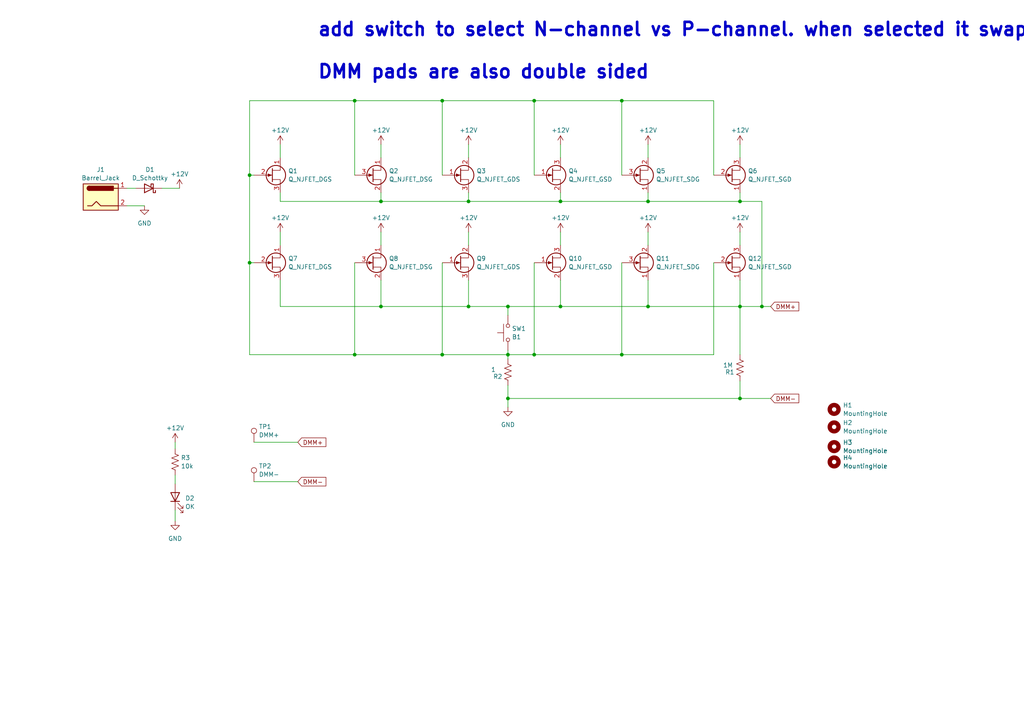
<source format=kicad_sch>
(kicad_sch (version 20231120) (generator "eeschema") (generator_version "8.0")
  (paper "A4")
  (lib_symbols
    (symbol "Connector:Barrel_Jack" (pin_names (offset 1.016))
      (property "Reference" "J" (at 0 5.334 0))
      (property "Value" "Barrel_Jack" (at 0 -5.08 0))
      (symbol "Barrel_Jack_0_1"
        (rectangle (start -5.08 3.81) (end 5.08 -3.81) (stroke (width 0.254)) (fill (type background)))
        (arc (start -3.302 3.175) (mid -3.9343 2.54) (end -3.302 1.905) (stroke (width 0.254)))
        (arc (start -3.302 3.175) (mid -3.9343 2.54) (end -3.302 1.905) (stroke (width 0.254)) (fill (type outline)))
        (polyline (pts (xy 5.08 2.54) (xy 3.81 2.54)) (stroke (width 0.254)))
        (polyline (pts (xy -3.81 -2.54) (xy -2.54 -2.54) (xy -1.27 -1.27) (xy 0 -2.54) (xy 2.54 -2.54) (xy 5.08 -2.54)) (stroke (width 0.254)))
        (rectangle (start 3.683 3.175) (end -3.302 1.905) (stroke (width 0.254)) (fill (type outline)))
      )
      (symbol "Barrel_Jack_1_1"
        (pin passive line (at 7.62 2.54 180) (length 2.54) (name "~") (number "1"))
        (pin passive line (at 7.62 -2.54 180) (length 2.54) (name "~") (number "2"))
      )
    )
    (symbol "Connector:TestPoint" (pin_numbers hide) (pin_names (offset 0.762) hide)
      (property "Reference" "TP" (at 0 6.858 0))
      (property "Value" "TestPoint" (at 0 5.08 0))
      (symbol "TestPoint_0_1"
        (circle (center 0 3.302) (radius 0.762))
      )
      (symbol "TestPoint_1_1"
        (pin passive line (at 0 0 90) (length 2.54) (name "1") (number "1"))
      )
    )
    (symbol "Device:D_Schottky" (pin_numbers hide) (pin_names (offset 1.016) hide)
      (property "Reference" "D" (at 0 2.54 0))
      (property "Value" "D_Schottky" (at 0 -2.54 0))
      (symbol "D_Schottky_0_1"
        (polyline (pts (xy 1.27 0) (xy -1.27 0)))
        (polyline (pts (xy 1.27 1.27) (xy 1.27 -1.27) (xy -1.27 0) (xy 1.27 1.27)) (stroke (width 0.254)))
        (polyline (pts (xy -1.905 0.635) (xy -1.905 1.27) (xy -1.27 1.27) (xy -1.27 -1.27) (xy -0.635 -1.27) (xy -0.635 -0.635)) (stroke (width 0.254)))
      )
      (symbol "D_Schottky_1_1"
        (pin passive line (at -3.81 0 0) (length 2.54) (name "K") (number "1"))
        (pin passive line (at 3.81 0 180) (length 2.54) (name "A") (number "2"))
      )
    )
    (symbol "Device:LED" (pin_numbers hide) (pin_names (offset 1.016) hide)
      (property "Reference" "D" (at 0 2.54 0))
      (property "Value" "LED" (at 0 -2.54 0))
      (symbol "LED_0_1"
        (polyline (pts (xy -1.27 -1.27) (xy -1.27 1.27)) (stroke (width 0.254)))
        (polyline (pts (xy -1.27 0) (xy 1.27 0)))
        (polyline (pts (xy 1.27 -1.27) (xy 1.27 1.27) (xy -1.27 0) (xy 1.27 -1.27)) (stroke (width 0.254)))
        (polyline (pts (xy -3.048 -0.762) (xy -4.572 -2.286) (xy -3.81 -2.286) (xy -4.572 -2.286) (xy -4.572 -1.524)))
        (polyline (pts (xy -1.778 -0.762) (xy -3.302 -2.286) (xy -2.54 -2.286) (xy -3.302 -2.286) (xy -3.302 -1.524)))
      )
      (symbol "LED_1_1"
        (pin passive line (at -3.81 0 0) (length 2.54) (name "K") (number "1"))
        (pin passive line (at 3.81 0 180) (length 2.54) (name "A") (number "2"))
      )
    )
    (symbol "Device:Q_NJFET_DGS" (pin_names (offset 0) hide)
      (property "Reference" "Q" (at 5.08 1.27 0))
      (property "Value" "Q_NJFET_DGS" (at 5.08 -1.27 0))
      (symbol "Q_NJFET_DGS_0_1"
        (polyline (pts (xy 0.254 1.905) (xy 0.254 -1.905) (xy 0.254 -1.905)) (stroke (width 0.254)))
        (polyline (pts (xy 2.54 -2.54) (xy 2.54 -1.27) (xy 0.254 -1.27)))
        (polyline (pts (xy 2.54 2.54) (xy 2.54 1.397) (xy 0.254 1.397)))
        (polyline (pts (xy 0 0) (xy -1.016 0.381) (xy -1.016 -0.381) (xy 0 0)) (fill (type outline)))
        (circle (center 1.27 0) (radius 2.8194) (stroke (width 0.254)))
      )
      (symbol "Q_NJFET_DGS_1_1"
        (pin passive line (at 2.54 5.08 270) (length 2.54) (name "D") (number "1"))
        (pin input line (at -5.08 0 0) (length 5.334) (name "G") (number "2"))
        (pin passive line (at 2.54 -5.08 90) (length 2.54) (name "S") (number "3"))
      )
    )
    (symbol "Device:Q_NJFET_DSG" (pin_names (offset 0) hide)
      (property "Reference" "Q" (at 5.08 1.27 0))
      (property "Value" "Q_NJFET_DSG" (at 5.08 -1.27 0))
      (symbol "Q_NJFET_DSG_0_1"
        (polyline (pts (xy 0.254 1.905) (xy 0.254 -1.905) (xy 0.254 -1.905)) (stroke (width 0.254)))
        (polyline (pts (xy 2.54 -2.54) (xy 2.54 -1.27) (xy 0.254 -1.27)))
        (polyline (pts (xy 2.54 2.54) (xy 2.54 1.397) (xy 0.254 1.397)))
        (polyline (pts (xy 0 0) (xy -1.016 0.381) (xy -1.016 -0.381) (xy 0 0)) (fill (type outline)))
        (circle (center 1.27 0) (radius 2.8194) (stroke (width 0.254)))
      )
      (symbol "Q_NJFET_DSG_1_1"
        (pin passive line (at 2.54 5.08 270) (length 2.54) (name "D") (number "1"))
        (pin passive line (at 2.54 -5.08 90) (length 2.54) (name "S") (number "2"))
        (pin input line (at -5.08 0 0) (length 5.334) (name "G") (number "3"))
      )
    )
    (symbol "Device:Q_NJFET_GDS" (pin_names (offset 0) hide)
      (property "Reference" "Q" (at 5.08 1.27 0))
      (property "Value" "Q_NJFET_GDS" (at 5.08 -1.27 0))
      (symbol "Q_NJFET_GDS_0_1"
        (polyline (pts (xy 0.254 1.905) (xy 0.254 -1.905) (xy 0.254 -1.905)) (stroke (width 0.254)))
        (polyline (pts (xy 2.54 -2.54) (xy 2.54 -1.27) (xy 0.254 -1.27)))
        (polyline (pts (xy 2.54 2.54) (xy 2.54 1.397) (xy 0.254 1.397)))
        (polyline (pts (xy 0 0) (xy -1.016 0.381) (xy -1.016 -0.381) (xy 0 0)) (fill (type outline)))
        (circle (center 1.27 0) (radius 2.8194) (stroke (width 0.254)))
      )
      (symbol "Q_NJFET_GDS_1_1"
        (pin input line (at -5.08 0 0) (length 5.334) (name "G") (number "1"))
        (pin passive line (at 2.54 5.08 270) (length 2.54) (name "D") (number "2"))
        (pin passive line (at 2.54 -5.08 90) (length 2.54) (name "S") (number "3"))
      )
    )
    (symbol "Device:Q_NJFET_GSD" (pin_names (offset 0) hide)
      (property "Reference" "Q" (at 5.08 1.27 0))
      (property "Value" "Q_NJFET_GSD" (at 5.08 -1.27 0))
      (symbol "Q_NJFET_GSD_0_1"
        (polyline (pts (xy 0.254 1.905) (xy 0.254 -1.905) (xy 0.254 -1.905)) (stroke (width 0.254)))
        (polyline (pts (xy 2.54 -2.54) (xy 2.54 -1.27) (xy 0.254 -1.27)))
        (polyline (pts (xy 2.54 2.54) (xy 2.54 1.397) (xy 0.254 1.397)))
        (polyline (pts (xy 0 0) (xy -1.016 0.381) (xy -1.016 -0.381) (xy 0 0)) (fill (type outline)))
        (circle (center 1.27 0) (radius 2.8194) (stroke (width 0.254)))
      )
      (symbol "Q_NJFET_GSD_1_1"
        (pin input line (at -5.08 0 0) (length 5.334) (name "G") (number "1"))
        (pin passive line (at 2.54 -5.08 90) (length 2.54) (name "S") (number "2"))
        (pin passive line (at 2.54 5.08 270) (length 2.54) (name "D") (number "3"))
      )
    )
    (symbol "Device:Q_NJFET_SDG" (pin_names (offset 0) hide)
      (property "Reference" "Q" (at 5.08 1.27 0))
      (property "Value" "Q_NJFET_SDG" (at 5.08 -1.27 0))
      (symbol "Q_NJFET_SDG_0_1"
        (polyline (pts (xy 0.254 1.905) (xy 0.254 -1.905) (xy 0.254 -1.905)) (stroke (width 0.254)))
        (polyline (pts (xy 2.54 -2.54) (xy 2.54 -1.27) (xy 0.254 -1.27)))
        (polyline (pts (xy 2.54 2.54) (xy 2.54 1.397) (xy 0.254 1.397)))
        (polyline (pts (xy 0 0) (xy -1.016 0.381) (xy -1.016 -0.381) (xy 0 0)) (fill (type outline)))
        (circle (center 1.27 0) (radius 2.8194) (stroke (width 0.254)))
      )
      (symbol "Q_NJFET_SDG_1_1"
        (pin passive line (at 2.54 -5.08 90) (length 2.54) (name "S") (number "1"))
        (pin passive line (at 2.54 5.08 270) (length 2.54) (name "D") (number "2"))
        (pin input line (at -5.08 0 0) (length 5.334) (name "G") (number "3"))
      )
    )
    (symbol "Device:Q_NJFET_SGD" (pin_names (offset 0) hide)
      (property "Reference" "Q" (at 5.08 1.27 0))
      (property "Value" "Q_NJFET_SGD" (at 5.08 -1.27 0))
      (symbol "Q_NJFET_SGD_0_1"
        (polyline (pts (xy 0.254 1.905) (xy 0.254 -1.905) (xy 0.254 -1.905)) (stroke (width 0.254)))
        (polyline (pts (xy 2.54 -2.54) (xy 2.54 -1.27) (xy 0.254 -1.27)))
        (polyline (pts (xy 2.54 2.54) (xy 2.54 1.397) (xy 0.254 1.397)))
        (polyline (pts (xy 0 0) (xy -1.016 0.381) (xy -1.016 -0.381) (xy 0 0)) (fill (type outline)))
        (circle (center 1.27 0) (radius 2.8194) (stroke (width 0.254)))
      )
      (symbol "Q_NJFET_SGD_1_1"
        (pin passive line (at 2.54 -5.08 90) (length 2.54) (name "S") (number "1"))
        (pin input line (at -5.08 0 0) (length 5.334) (name "G") (number "2"))
        (pin passive line (at 2.54 5.08 270) (length 2.54) (name "D") (number "3"))
      )
    )
    (symbol "Device:R_US" (pin_numbers hide) (pin_names (offset 0))
      (property "Reference" "R" (at 2.54 0 90))
      (property "Value" "R_US" (at -2.54 0 90))
      (symbol "R_US_0_1"
        (polyline (pts (xy 0 -2.286) (xy 0 -2.54)))
        (polyline (pts (xy 0 2.286) (xy 0 2.54)))
        (polyline (pts (xy 0 -0.762) (xy 1.016 -1.143) (xy 0 -1.524) (xy -1.016 -1.905) (xy 0 -2.286)))
        (polyline (pts (xy 0 0.762) (xy 1.016 0.381) (xy 0 0) (xy -1.016 -0.381) (xy 0 -0.762)))
        (polyline (pts (xy 0 2.286) (xy 1.016 1.905) (xy 0 1.524) (xy -1.016 1.143) (xy 0 0.762)))
      )
      (symbol "R_US_1_1"
        (pin passive line (at 0 3.81 270) (length 1.27) (name "~") (number "1"))
        (pin passive line (at 0 -3.81 90) (length 1.27) (name "~") (number "2"))
      )
    )
    (symbol "Mechanical:MountingHole" (pin_names (offset 1.016))
      (property "Reference" "H" (at 0 5.08 0))
      (property "Value" "MountingHole" (at 0 3.175 0))
      (symbol "MountingHole_0_1"
        (circle (center 0 0) (radius 1.27) (stroke (width 1.27)))
      )
    )
    (symbol "Switch:SW_Push" (pin_numbers hide) (pin_names (offset 1.016) hide)
      (property "Reference" "SW" (at 1.27 2.54 0))
      (property "Value" "SW_Push" (at 0 -1.524 0))
      (symbol "SW_Push_0_1"
        (circle (center -2.032 0) (radius 0.508))
        (polyline (pts (xy 0 1.27) (xy 0 3.048)))
        (polyline (pts (xy 2.54 1.27) (xy -2.54 1.27)))
        (circle (center 2.032 0) (radius 0.508))
        (pin passive line (at -5.08 0 0) (length 2.54) (name "1") (number "1"))
        (pin passive line (at 5.08 0 180) (length 2.54) (name "2") (number "2"))
      )
    )
    (symbol "power:+12V" (power) (pin_names (offset 0))
      (property "Value" "+12V" (at 0 3.556 0))
      (symbol "+12V_0_1"
        (polyline (pts (xy -0.762 1.27) (xy 0 2.54)))
        (polyline (pts (xy 0 0) (xy 0 2.54)))
        (polyline (pts (xy 0 2.54) (xy 0.762 1.27)))
      )
      (symbol "+12V_1_1"
        (pin power_in line (at 0 0 90) (length 0) hide (name "+12V") (number "1"))
      )
    )
    (symbol "power:GND" (power) (pin_names (offset 0))
      (property "Value" "GND" (at 0 -3.81 0))
      (symbol "GND_0_1"
        (polyline (pts (xy 0 0) (xy 0 -1.27) (xy 1.27 -1.27) (xy 0 -2.54) (xy -1.27 -1.27) (xy 0 -1.27)))
      )
      (symbol "GND_1_1"
        (pin power_in line (at 0 0 270) (length 0) hide (name "GND") (number "1"))
      )
    )
  )
  (junction (at 220.98 88.9))
  (junction (at 162.56 58.42))
  (junction (at 187.96 58.42))
  (junction (at 72.39 76.2))
  (junction (at 128.27 29.21))
  (junction (at 187.96 88.9))
  (junction (at 135.89 88.9))
  (junction (at 110.49 88.9))
  (junction (at 135.89 58.42))
  (junction (at 214.63 88.9))
  (junction (at 128.27 102.87))
  (junction (at 162.56 88.9))
  (junction (at 214.63 58.42))
  (junction (at 214.63 115.57))
  (junction (at 147.32 88.9))
  (junction (at 154.94 102.87))
  (junction (at 147.32 102.87))
  (junction (at 72.39 50.8))
  (junction (at 147.32 115.57))
  (junction (at 110.49 58.42))
  (junction (at 154.94 29.21))
  (junction (at 180.34 102.87))
  (junction (at 180.34 29.21))
  (junction (at 102.87 102.87))
  (junction (at 102.87 29.21))
  (wire (pts (xy 50.8 128.27) (xy 50.8 130.175)))
  (wire (pts (xy 135.89 58.42) (xy 110.49 58.42)))
  (wire (pts (xy 154.94 102.87) (xy 180.34 102.87)))
  (wire (pts (xy 81.28 81.28) (xy 81.28 88.9)))
  (wire (pts (xy 135.89 67.31) (xy 135.89 71.12)))
  (wire (pts (xy 73.66 50.8) (xy 72.39 50.8)))
  (wire (pts (xy 214.63 88.9) (xy 220.98 88.9)))
  (wire (pts (xy 180.34 76.2) (xy 180.34 102.87)))
  (wire (pts (xy 73.66 139.7) (xy 86.36 139.7)))
  (wire (pts (xy 36.83 59.69) (xy 41.91 59.69)))
  (wire (pts (xy 214.63 55.88) (xy 214.63 58.42)))
  (wire (pts (xy 154.94 102.87) (xy 147.32 102.87)))
  (wire (pts (xy 81.28 41.91) (xy 81.28 45.72)))
  (wire (pts (xy 73.66 128.27) (xy 86.36 128.27)))
  (wire (pts (xy 214.63 58.42) (xy 187.96 58.42)))
  (wire (pts (xy 187.96 81.28) (xy 187.96 88.9)))
  (wire (pts (xy 162.56 55.88) (xy 162.56 58.42)))
  (wire (pts (xy 110.49 58.42) (xy 81.28 58.42)))
  (wire (pts (xy 214.63 58.42) (xy 220.98 58.42)))
  (wire (pts (xy 81.28 58.42) (xy 81.28 55.88)))
  (wire (pts (xy 220.98 58.42) (xy 220.98 88.9)))
  (wire (pts (xy 147.32 101.6) (xy 147.32 102.87)))
  (wire (pts (xy 180.34 29.21) (xy 154.94 29.21)))
  (wire (pts (xy 214.63 67.31) (xy 214.63 71.12)))
  (wire (pts (xy 102.87 76.2) (xy 102.87 102.87)))
  (wire (pts (xy 110.49 88.9) (xy 135.89 88.9)))
  (wire (pts (xy 187.96 58.42) (xy 162.56 58.42)))
  (wire (pts (xy 207.01 50.8) (xy 207.01 29.21)))
  (wire (pts (xy 102.87 102.87) (xy 128.27 102.87)))
  (wire (pts (xy 102.87 29.21) (xy 102.87 50.8)))
  (wire (pts (xy 214.63 88.9) (xy 214.63 102.87)))
  (wire (pts (xy 147.32 88.9) (xy 162.56 88.9)))
  (wire (pts (xy 214.63 81.28) (xy 214.63 88.9)))
  (wire (pts (xy 187.96 88.9) (xy 214.63 88.9)))
  (wire (pts (xy 214.63 115.57) (xy 223.52 115.57)))
  (wire (pts (xy 81.28 67.31) (xy 81.28 71.12)))
  (wire (pts (xy 110.49 88.9) (xy 81.28 88.9)))
  (wire (pts (xy 154.94 76.2) (xy 154.94 102.87)))
  (wire (pts (xy 207.01 76.2) (xy 207.01 102.87)))
  (wire (pts (xy 214.63 41.91) (xy 214.63 45.72)))
  (wire (pts (xy 102.87 29.21) (xy 72.39 29.21)))
  (wire (pts (xy 72.39 50.8) (xy 72.39 76.2)))
  (wire (pts (xy 162.56 81.28) (xy 162.56 88.9)))
  (wire (pts (xy 72.39 29.21) (xy 72.39 50.8)))
  (wire (pts (xy 110.49 55.88) (xy 110.49 58.42)))
  (wire (pts (xy 135.89 55.88) (xy 135.89 58.42)))
  (wire (pts (xy 147.32 115.57) (xy 214.63 115.57)))
  (wire (pts (xy 154.94 29.21) (xy 128.27 29.21)))
  (wire (pts (xy 180.34 102.87) (xy 207.01 102.87)))
  (wire (pts (xy 128.27 29.21) (xy 128.27 50.8)))
  (wire (pts (xy 187.96 67.31) (xy 187.96 71.12)))
  (wire (pts (xy 128.27 76.2) (xy 128.27 102.87)))
  (wire (pts (xy 135.89 41.91) (xy 135.89 45.72)))
  (wire (pts (xy 46.99 54.61) (xy 52.07 54.61)))
  (wire (pts (xy 36.83 54.61) (xy 39.37 54.61)))
  (wire (pts (xy 147.32 102.87) (xy 147.32 104.14)))
  (wire (pts (xy 154.94 29.21) (xy 154.94 50.8)))
  (wire (pts (xy 147.32 115.57) (xy 147.32 118.11)))
  (wire (pts (xy 73.66 76.2) (xy 72.39 76.2)))
  (wire (pts (xy 110.49 41.91) (xy 110.49 45.72)))
  (wire (pts (xy 207.01 29.21) (xy 180.34 29.21)))
  (wire (pts (xy 162.56 58.42) (xy 135.89 58.42)))
  (wire (pts (xy 72.39 102.87) (xy 102.87 102.87)))
  (wire (pts (xy 162.56 41.91) (xy 162.56 45.72)))
  (wire (pts (xy 50.8 137.795) (xy 50.8 140.335)))
  (wire (pts (xy 147.32 91.44) (xy 147.32 88.9)))
  (wire (pts (xy 135.89 88.9) (xy 147.32 88.9)))
  (wire (pts (xy 162.56 67.31) (xy 162.56 71.12)))
  (wire (pts (xy 187.96 55.88) (xy 187.96 58.42)))
  (wire (pts (xy 135.89 81.28) (xy 135.89 88.9)))
  (wire (pts (xy 110.49 67.31) (xy 110.49 71.12)))
  (wire (pts (xy 128.27 29.21) (xy 102.87 29.21)))
  (wire (pts (xy 214.63 110.49) (xy 214.63 115.57)))
  (wire (pts (xy 162.56 88.9) (xy 187.96 88.9)))
  (wire (pts (xy 180.34 29.21) (xy 180.34 50.8)))
  (wire (pts (xy 50.8 147.955) (xy 50.8 151.13)))
  (wire (pts (xy 110.49 81.28) (xy 110.49 88.9)))
  (wire (pts (xy 147.32 111.76) (xy 147.32 115.57)))
  (wire (pts (xy 187.96 41.91) (xy 187.96 45.72)))
  (wire (pts (xy 220.98 88.9) (xy 223.52 88.9)))
  (wire (pts (xy 128.27 102.87) (xy 147.32 102.87)))
  (wire (pts (xy 72.39 76.2) (xy 72.39 102.87)))
  (text "Remove dc jack -> make double side pads for crocodile clips\nor\nadd current limited 50mA with a buzzer + on-off switch\n\nadd switch to select N-channel vs P-channel. when selected it swaps polarity of power\n\nDMM pads are also double sided" (at 91.948 2.54 0) (effects (font (size 3.81 3.81) (thickness 0.762) (bold yes)) (justify left)))
  (global_label "DMM-" (shape input) (at 86.36 139.7 0) (property "Intersheetrefs" "${INTERSHEET_REFS}" (effects (hide yes))))
  (global_label "DMM+" (shape input) (at 86.36 128.27 0) (property "Intersheetrefs" "${INTERSHEET_REFS}" (effects (hide yes))))
  (global_label "DMM-" (shape input) (at 223.52 115.57 0) (property "Intersheetrefs" "${INTERSHEET_REFS}" (effects (hide yes))))
  (global_label "DMM+" (shape input) (at 223.52 88.9 0) (property "Intersheetrefs" "${INTERSHEET_REFS}" (effects (hide yes))))
  (symbol (lib_id "Mechanical:MountingHole") (at 241.935 129.54 0) (unit 1)
    (property "Reference" "H3" (at 244.475 128.3279 0) (effects (justify left)))
    (property "Value" "MountingHole" (at 244.475 130.7521 0) (effects (justify left)))
    (property "Footprint" "MountingHole:MountingHole_3.2mm_M3" (effects (hide yes)))
  )
  (symbol (lib_id "power:+12V") (at 110.49 41.91 0) (unit 1)
    (property "Reference" "#PWR02" (effects (hide yes)))
    (property "Value" "+12V" (at 110.49 37.7769 0))
  )
  (symbol (lib_id "Device:LED") (at 50.8 144.145 90) (unit 1)
    (property "Reference" "D2" (at 53.721 144.5204 90) (effects (justify right)))
    (property "Value" "OK" (at 53.721 146.9446 90) (effects (justify right)))
    (property "Footprint" "LED_THT:LED_D5.0mm" (effects (hide yes)))
  )
  (symbol (lib_id "Device:R_US") (at 50.8 133.985 0) (unit 1)
    (property "Reference" "R3" (at 52.451 132.7729 0) (effects (justify left)))
    (property "Value" "10k" (at 52.451 135.1971 0) (effects (justify left)))
    (property "Footprint" "Resistor_SMD:R_0805_2012Metric" (effects (hide yes)))
  )
  (symbol (lib_id "power:+12V") (at 50.8 128.27 0) (unit 1)
    (property "Reference" "#PWR016" (effects (hide yes)))
    (property "Value" "+12V" (at 50.8 124.1369 0))
  )
  (symbol (lib_id "Device:Q_NJFET_SGD") (at 212.09 50.8 0) (unit 1)
    (property "Reference" "Q6" (at 216.9414 49.5879 0) (effects (justify left)))
    (property "Value" "Q_NJFET_SGD" (at 216.9414 52.0121 0) (effects (justify left)))
    (property "Footprint" "Package_TO_SOT_THT:TO-92_Inline_Wide" (effects (hide yes)))
  )
  (symbol (lib_id "Device:Q_NJFET_GSD") (at 160.02 50.8 0) (unit 1)
    (property "Reference" "Q4" (at 164.8714 49.5879 0) (effects (justify left)))
    (property "Value" "Q_NJFET_GSD" (at 164.8714 52.0121 0) (effects (justify left)))
    (property "Footprint" "Package_TO_SOT_THT:TO-92_Inline_Wide" (effects (hide yes)))
  )
  (symbol (lib_id "Mechanical:MountingHole") (at 241.935 123.825 0) (unit 1)
    (property "Reference" "H2" (at 244.475 122.6129 0) (effects (justify left)))
    (property "Value" "MountingHole" (at 244.475 125.0371 0) (effects (justify left)))
    (property "Footprint" "MountingHole:MountingHole_3.2mm_M3" (effects (hide yes)))
  )
  (symbol (lib_id "Device:Q_NJFET_SDG") (at 185.42 76.2 0) (unit 1)
    (property "Reference" "Q11" (at 190.2714 74.9879 0) (effects (justify left)))
    (property "Value" "Q_NJFET_SDG" (at 190.2714 77.4121 0) (effects (justify left)))
    (property "Footprint" "Package_TO_SOT_SMD:SOT-23_Handsoldering" (effects (hide yes)))
  )
  (symbol (lib_id "power:+12V") (at 52.07 54.61 0) (unit 1)
    (property "Reference" "#PWR07" (effects (hide yes)))
    (property "Value" "+12V" (at 52.07 50.4769 0))
  )
  (symbol (lib_id "Mechanical:MountingHole") (at 241.935 133.985 0) (unit 1)
    (property "Reference" "H4" (at 244.475 132.7729 0) (effects (justify left)))
    (property "Value" "MountingHole" (at 244.475 135.1971 0) (effects (justify left)))
    (property "Footprint" "MountingHole:MountingHole_3.2mm_M3" (effects (hide yes)))
  )
  (symbol (lib_id "power:+12V") (at 135.89 41.91 0) (unit 1)
    (property "Reference" "#PWR03" (effects (hide yes)))
    (property "Value" "+12V" (at 135.89 37.7769 0))
  )
  (symbol (lib_id "Connector:Barrel_Jack") (at 29.21 57.15 0) (unit 1)
    (property "Reference" "J1" (at 29.21 49.1957 0))
    (property "Value" "Barrel_Jack" (at 29.21 51.6199 0))
    (property "Footprint" "Connector_BarrelJack:BarrelJack_Horizontal" (effects (hide yes)))
  )
  (symbol (lib_id "Device:Q_NJFET_DSG") (at 107.95 50.8 0) (unit 1)
    (property "Reference" "Q2" (at 112.8014 49.5879 0) (effects (justify left)))
    (property "Value" "Q_NJFET_DSG" (at 112.8014 52.0121 0) (effects (justify left)))
    (property "Footprint" "Package_TO_SOT_THT:TO-92_Inline_Wide" (effects (hide yes)))
  )
  (symbol (lib_id "power:+12V") (at 214.63 41.91 0) (unit 1)
    (property "Reference" "#PWR06" (effects (hide yes)))
    (property "Value" "+12V" (at 214.63 37.7769 0))
  )
  (symbol (lib_id "power:+12V") (at 81.28 41.91 0) (unit 1)
    (property "Reference" "#PWR01" (effects (hide yes)))
    (property "Value" "+12V" (at 81.28 37.7769 0))
  )
  (symbol (lib_id "power:+12V") (at 214.63 67.31 0) (unit 1)
    (property "Reference" "#PWR014" (effects (hide yes)))
    (property "Value" "+12V" (at 214.63 63.1769 0))
  )
  (symbol (lib_id "Device:R_US") (at 147.32 107.95 0) (unit 1)
    (property "Reference" "R2" (at 143.0233 109.2177 0) (effects (justify left)))
    (property "Value" "1" (at 142.3883 107.1969 0) (effects (justify left)))
    (property "Footprint" "Resistor_SMD:R_0805_2012Metric" (effects (hide yes)))
  )
  (symbol (lib_id "Mechanical:MountingHole") (at 241.935 118.745 0) (unit 1)
    (property "Reference" "H1" (at 244.475 117.5329 0) (effects (justify left)))
    (property "Value" "MountingHole" (at 244.475 119.9571 0) (effects (justify left)))
    (property "Footprint" "MountingHole:MountingHole_3.2mm_M3" (effects (hide yes)))
  )
  (symbol (lib_id "Device:Q_NJFET_DGS") (at 78.74 76.2 0) (unit 1)
    (property "Reference" "Q7" (at 83.5914 74.9879 0) (effects (justify left)))
    (property "Value" "Q_NJFET_DGS" (at 83.5914 77.4121 0) (effects (justify left)))
    (property "Footprint" "Package_TO_SOT_SMD:SOT-23_Handsoldering" (effects (hide yes)))
  )
  (symbol (lib_id "power:+12V") (at 162.56 67.31 0) (unit 1)
    (property "Reference" "#PWR012" (effects (hide yes)))
    (property "Value" "+12V" (at 162.56 63.1769 0))
  )
  (symbol (lib_id "power:+12V") (at 162.56 41.91 0) (unit 1)
    (property "Reference" "#PWR04" (effects (hide yes)))
    (property "Value" "+12V" (at 162.56 37.7769 0))
  )
  (symbol (lib_id "Switch:SW_Push") (at 147.32 96.52 90) (unit 1)
    (property "Reference" "SW1" (at 148.463 95.3079 90) (effects (justify right)))
    (property "Value" "B1" (at 148.463 97.7321 90) (effects (justify right)))
    (property "Footprint" "Button_Switch_THT:SW_PUSH_6mm" (effects (hide yes)))
  )
  (symbol (lib_id "Device:R_US") (at 214.63 106.68 0) (unit 1)
    (property "Reference" "R1" (at 210.3333 107.9477 0) (effects (justify left)))
    (property "Value" "1M" (at 209.6983 105.9269 0) (effects (justify left)))
    (property "Footprint" "Resistor_SMD:R_0805_2012Metric" (effects (hide yes)))
  )
  (symbol (lib_id "power:GND") (at 41.91 59.69 0) (unit 1)
    (property "Reference" "#PWR08" (effects (hide yes)))
    (property "Value" "GND" (at 41.91 64.77 0))
  )
  (symbol (lib_id "Device:Q_NJFET_DGS") (at 78.74 50.8 0) (unit 1)
    (property "Reference" "Q1" (at 83.5914 49.5879 0) (effects (justify left)))
    (property "Value" "Q_NJFET_DGS" (at 83.5914 52.0121 0) (effects (justify left)))
    (property "Footprint" "Package_TO_SOT_THT:TO-92_Inline_Wide" (effects (hide yes)))
  )
  (symbol (lib_id "Connector:TestPoint") (at 73.66 139.7 0) (unit 1)
    (property "Reference" "TP2" (at 75.057 135.1859 0) (effects (justify left)))
    (property "Value" "DMM-" (at 75.057 137.6101 0) (effects (justify left)))
    (property "Footprint" "Connector_PinSocket_2.54mm:PinSocket_1x02_P2.54mm_Vertical" (effects (hide yes)))
  )
  (symbol (lib_id "power:GND") (at 50.8 151.13 0) (unit 1)
    (property "Reference" "#PWR017" (effects (hide yes)))
    (property "Value" "GND" (at 50.8 156.21 0))
  )
  (symbol (lib_id "Device:D_Schottky") (at 43.18 54.61 180) (unit 1)
    (property "Reference" "D1" (at 43.4975 49.1957 0))
    (property "Value" "D_Schottky" (at 43.4975 51.6199 0))
    (property "Footprint" "Diode_SMD:D_MiniMELF" (effects (hide yes)))
  )
  (symbol (lib_id "Device:Q_NJFET_SGD") (at 212.09 76.2 0) (unit 1)
    (property "Reference" "Q12" (at 216.9414 74.9879 0) (effects (justify left)))
    (property "Value" "Q_NJFET_SGD" (at 216.9414 77.4121 0) (effects (justify left)))
    (property "Footprint" "Package_TO_SOT_SMD:SOT-23_Handsoldering" (effects (hide yes)))
  )
  (symbol (lib_id "power:+12V") (at 135.89 67.31 0) (unit 1)
    (property "Reference" "#PWR011" (effects (hide yes)))
    (property "Value" "+12V" (at 135.89 63.1769 0))
  )
  (symbol (lib_id "power:+12V") (at 110.49 67.31 0) (unit 1)
    (property "Reference" "#PWR010" (effects (hide yes)))
    (property "Value" "+12V" (at 110.49 63.1769 0))
  )
  (symbol (lib_id "power:+12V") (at 187.96 41.91 0) (unit 1)
    (property "Reference" "#PWR05" (effects (hide yes)))
    (property "Value" "+12V" (at 187.96 37.7769 0))
  )
  (symbol (lib_id "Device:Q_NJFET_DSG") (at 107.95 76.2 0) (unit 1)
    (property "Reference" "Q8" (at 112.8014 74.9879 0) (effects (justify left)))
    (property "Value" "Q_NJFET_DSG" (at 112.8014 77.4121 0) (effects (justify left)))
    (property "Footprint" "Package_TO_SOT_SMD:SOT-23_Handsoldering" (effects (hide yes)))
  )
  (symbol (lib_id "power:+12V") (at 81.28 67.31 0) (unit 1)
    (property "Reference" "#PWR09" (effects (hide yes)))
    (property "Value" "+12V" (at 81.28 63.1769 0))
  )
  (symbol (lib_id "Connector:TestPoint") (at 73.66 128.27 0) (unit 1)
    (property "Reference" "TP1" (at 75.057 123.7559 0) (effects (justify left)))
    (property "Value" "DMM+" (at 75.057 126.1801 0) (effects (justify left)))
    (property "Footprint" "Connector_PinSocket_2.54mm:PinSocket_1x02_P2.54mm_Vertical" (effects (hide yes)))
  )
  (symbol (lib_id "Device:Q_NJFET_SDG") (at 185.42 50.8 0) (unit 1)
    (property "Reference" "Q5" (at 190.2714 49.5879 0) (effects (justify left)))
    (property "Value" "Q_NJFET_SDG" (at 190.2714 52.0121 0) (effects (justify left)))
    (property "Footprint" "Package_TO_SOT_THT:TO-92_Inline_Wide" (effects (hide yes)))
  )
  (symbol (lib_id "Device:Q_NJFET_GSD") (at 160.02 76.2 0) (unit 1)
    (property "Reference" "Q10" (at 164.8714 74.9879 0) (effects (justify left)))
    (property "Value" "Q_NJFET_GSD" (at 164.8714 77.4121 0) (effects (justify left)))
    (property "Footprint" "Package_TO_SOT_SMD:SOT-23_Handsoldering" (effects (hide yes)))
  )
  (symbol (lib_id "Device:Q_NJFET_GDS") (at 133.35 50.8 0) (unit 1)
    (property "Reference" "Q3" (at 138.2014 49.5879 0) (effects (justify left)))
    (property "Value" "Q_NJFET_GDS" (at 138.2014 52.0121 0) (effects (justify left)))
    (property "Footprint" "Package_TO_SOT_THT:TO-92_Inline_Wide" (effects (hide yes)))
  )
  (symbol (lib_id "power:GND") (at 147.32 118.11 0) (unit 1)
    (property "Reference" "#PWR015" (effects (hide yes)))
    (property "Value" "GND" (at 147.32 123.19 0))
  )
  (symbol (lib_id "power:+12V") (at 187.96 67.31 0) (unit 1)
    (property "Reference" "#PWR013" (effects (hide yes)))
    (property "Value" "+12V" (at 187.96 63.1769 0))
  )
  (symbol (lib_id "Device:Q_NJFET_GDS") (at 133.35 76.2 0) (unit 1)
    (property "Reference" "Q9" (at 138.2014 74.9879 0) (effects (justify left)))
    (property "Value" "Q_NJFET_GDS" (at 138.2014 77.4121 0) (effects (justify left)))
    (property "Footprint" "Package_TO_SOT_SMD:SOT-23_Handsoldering" (effects (hide yes)))
  )
)
</source>
